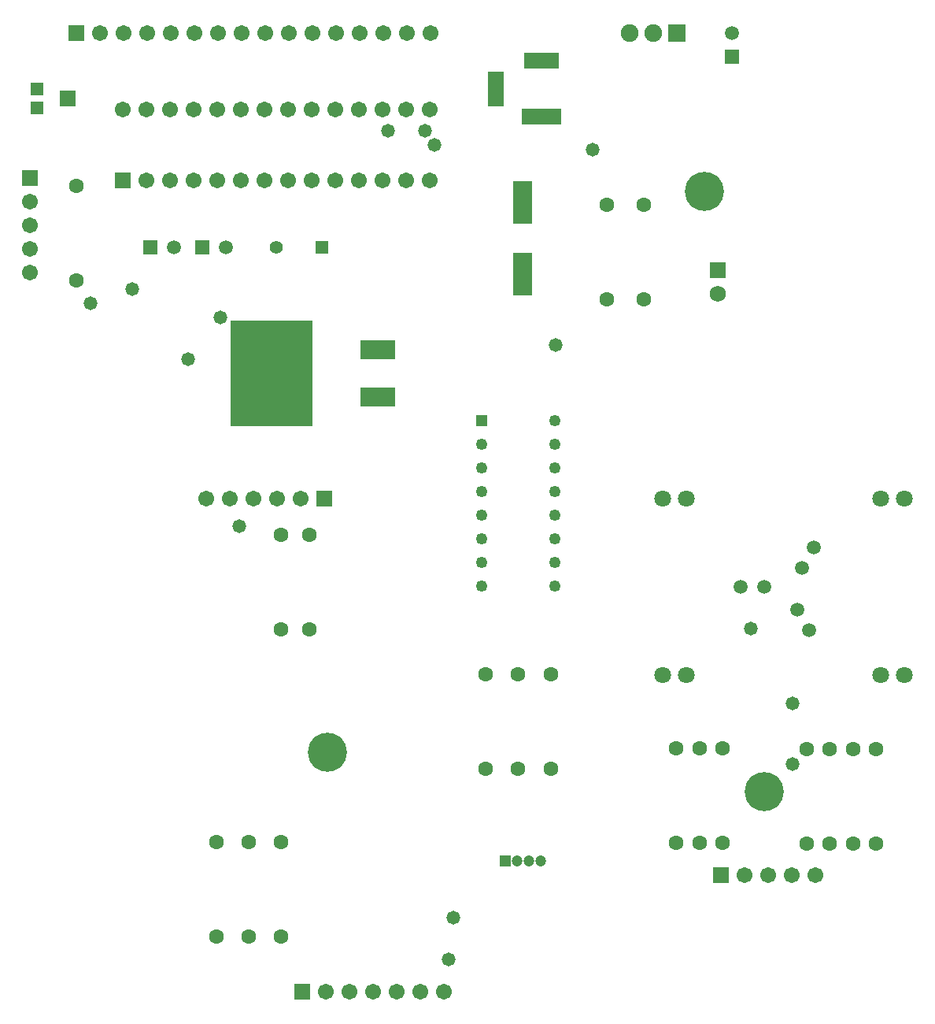
<source format=gts>
G04*
G04 #@! TF.GenerationSoftware,Altium Limited,Altium Designer,21.3.1 (25)*
G04*
G04 Layer_Color=8388736*
%FSLAX44Y44*%
%MOMM*%
G71*
G04*
G04 #@! TF.SameCoordinates,07AAF50E-0F06-4378-A151-48E409635E6A*
G04*
G04*
G04 #@! TF.FilePolarity,Negative*
G04*
G01*
G75*
%ADD15R,8.8900X11.4300*%
%ADD16R,3.8100X2.0800*%
%ADD20R,1.4032X1.4032*%
%ADD21R,1.7032X1.8032*%
%ADD22R,2.1032X4.6032*%
%ADD23C,4.2032*%
%ADD24C,1.5032*%
%ADD25C,1.6032*%
%ADD26C,1.8032*%
%ADD27C,1.7032*%
%ADD28R,1.7032X1.7032*%
%ADD29C,1.2032*%
%ADD30R,1.2032X1.2032*%
%ADD31R,1.7032X1.7032*%
%ADD32R,4.2032X1.7032*%
%ADD33R,3.7032X1.7032*%
%ADD34R,1.7032X3.7032*%
%ADD35C,1.2500*%
%ADD36R,1.2500X1.2500*%
%ADD37C,1.4032*%
%ADD38R,1.5032X1.5032*%
%ADD39R,1.5032X1.5032*%
%ADD40C,1.9032*%
%ADD41R,1.9032X1.9032*%
%ADD42C,1.7532*%
%ADD43R,1.7532X1.7532*%
%ADD44C,1.4732*%
D15*
X305000Y705000D02*
D03*
D16*
X419300Y730400D02*
D03*
Y679600D02*
D03*
D20*
X52500Y1010000D02*
D03*
Y990000D02*
D03*
X358800Y840000D02*
D03*
D21*
X85000Y1000000D02*
D03*
D22*
X575000Y811250D02*
D03*
Y888750D02*
D03*
D23*
X835000Y255000D02*
D03*
X365000Y297460D02*
D03*
X770000Y900000D02*
D03*
D24*
X870000Y450500D02*
D03*
X882700Y428503D02*
D03*
X887700Y517497D02*
D03*
X875000Y495500D02*
D03*
X835000Y475500D02*
D03*
X809600D02*
D03*
X800000Y1070000D02*
D03*
X200000Y840000D02*
D03*
X255400D02*
D03*
D25*
X930000Y300800D02*
D03*
Y199200D02*
D03*
X955000Y300800D02*
D03*
Y199200D02*
D03*
X880000Y300800D02*
D03*
Y199200D02*
D03*
X905000Y300800D02*
D03*
Y199200D02*
D03*
X790000Y199700D02*
D03*
Y301300D02*
D03*
X765000Y199700D02*
D03*
Y301300D02*
D03*
X740000Y199700D02*
D03*
Y301300D02*
D03*
X605000Y279200D02*
D03*
X535000D02*
D03*
X570000D02*
D03*
X345000Y429200D02*
D03*
Y530800D02*
D03*
X280000Y200800D02*
D03*
Y99200D02*
D03*
X315000Y200800D02*
D03*
Y99200D02*
D03*
X245000Y200800D02*
D03*
Y99200D02*
D03*
X315000Y530800D02*
D03*
Y429200D02*
D03*
X95000Y905800D02*
D03*
Y804200D02*
D03*
X605000Y380800D02*
D03*
X535000D02*
D03*
X570000D02*
D03*
X665000Y784200D02*
D03*
Y885800D02*
D03*
X705000Y784200D02*
D03*
Y885800D02*
D03*
D26*
X985400Y570000D02*
D03*
X960000D02*
D03*
X985000Y380000D02*
D03*
X959600D02*
D03*
X750400D02*
D03*
X725000D02*
D03*
X750400Y570000D02*
D03*
X725000D02*
D03*
D27*
X890000Y165000D02*
D03*
X864600D02*
D03*
X839200D02*
D03*
X813800D02*
D03*
X475100Y988100D02*
D03*
X449700D02*
D03*
X424300D02*
D03*
X398900D02*
D03*
X373500D02*
D03*
X348100D02*
D03*
X322700D02*
D03*
X297300D02*
D03*
X271900D02*
D03*
X246500D02*
D03*
X221100D02*
D03*
X195700D02*
D03*
X170300D02*
D03*
X144900D02*
D03*
X475100Y911900D02*
D03*
X449700D02*
D03*
X424300D02*
D03*
X398900D02*
D03*
X373500D02*
D03*
X348100D02*
D03*
X322700D02*
D03*
X297300D02*
D03*
X271900D02*
D03*
X246500D02*
D03*
X221100D02*
D03*
X195700D02*
D03*
X170300D02*
D03*
X120400Y1070000D02*
D03*
X145800D02*
D03*
X171200D02*
D03*
X196600D02*
D03*
X222000D02*
D03*
X247400D02*
D03*
X272800D02*
D03*
X298200D02*
D03*
X323600D02*
D03*
X349000D02*
D03*
X374400D02*
D03*
X399800D02*
D03*
X425200D02*
D03*
X450600D02*
D03*
X476000D02*
D03*
X335800Y570000D02*
D03*
X310400D02*
D03*
X285000D02*
D03*
X259600D02*
D03*
X234200D02*
D03*
X490400Y40000D02*
D03*
X465000D02*
D03*
X439600D02*
D03*
X414200D02*
D03*
X363400D02*
D03*
X388800D02*
D03*
X45000Y813400D02*
D03*
Y838800D02*
D03*
Y864200D02*
D03*
Y889600D02*
D03*
D28*
X788400Y165000D02*
D03*
X95000Y1070000D02*
D03*
X361200Y570000D02*
D03*
X338000Y40000D02*
D03*
D29*
X568650Y180950D02*
D03*
X581350D02*
D03*
X594050D02*
D03*
D30*
X555950D02*
D03*
D31*
X144900Y911900D02*
D03*
X45000Y915000D02*
D03*
D32*
X595000Y980500D02*
D03*
D33*
Y1040500D02*
D03*
D34*
X546000Y1010000D02*
D03*
D35*
X609700Y653900D02*
D03*
Y628500D02*
D03*
Y603100D02*
D03*
Y577700D02*
D03*
Y552300D02*
D03*
Y526900D02*
D03*
Y501500D02*
D03*
Y476100D02*
D03*
X530300D02*
D03*
Y501500D02*
D03*
Y526900D02*
D03*
Y552300D02*
D03*
Y577700D02*
D03*
Y603100D02*
D03*
Y628500D02*
D03*
D36*
Y653900D02*
D03*
D37*
X310000Y840000D02*
D03*
D38*
X800000Y1044600D02*
D03*
D39*
X174600Y840000D02*
D03*
X230000D02*
D03*
D40*
X689600Y1070000D02*
D03*
X715000D02*
D03*
D41*
X740400D02*
D03*
D42*
X785000Y790000D02*
D03*
D43*
Y815400D02*
D03*
D44*
X865000Y350000D02*
D03*
Y285000D02*
D03*
X820000Y430000D02*
D03*
X495000Y75000D02*
D03*
X110240Y780240D02*
D03*
X154996Y795320D02*
D03*
X250000Y765000D02*
D03*
X215000Y720000D02*
D03*
X270000Y540000D02*
D03*
X500000Y120000D02*
D03*
X470000Y965000D02*
D03*
X430000D02*
D03*
X610000Y735000D02*
D03*
X480000Y950000D02*
D03*
X650000Y945000D02*
D03*
M02*

</source>
